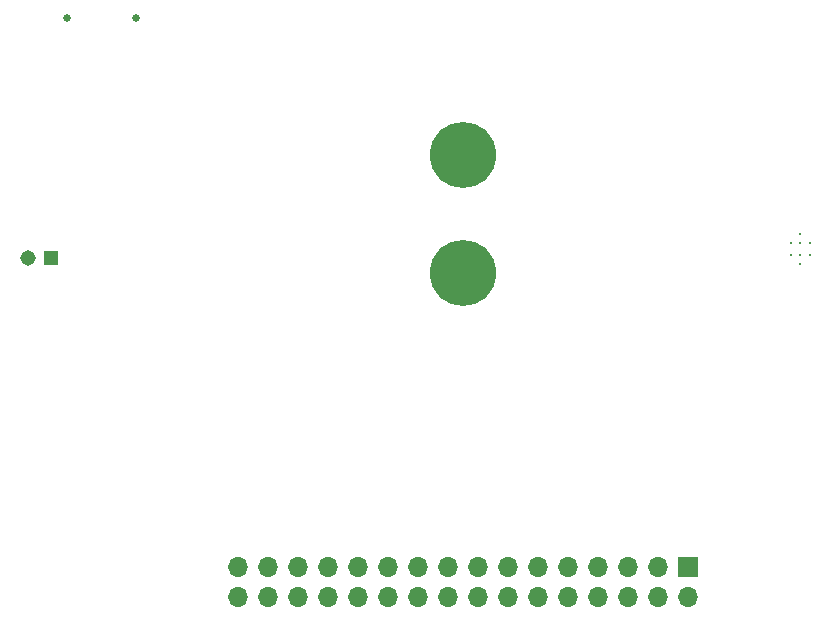
<source format=gbr>
%TF.GenerationSoftware,KiCad,Pcbnew,9.0.0*%
%TF.CreationDate,2025-04-09T17:19:20+02:00*%
%TF.ProjectId,Micromouse Power Subsystem,4d696372-6f6d-46f7-9573-6520506f7765,2.0*%
%TF.SameCoordinates,Original*%
%TF.FileFunction,Soldermask,Bot*%
%TF.FilePolarity,Negative*%
%FSLAX46Y46*%
G04 Gerber Fmt 4.6, Leading zero omitted, Abs format (unit mm)*
G04 Created by KiCad (PCBNEW 9.0.0) date 2025-04-09 17:19:20*
%MOMM*%
%LPD*%
G01*
G04 APERTURE LIST*
%ADD10R,1.700000X1.700000*%
%ADD11O,1.700000X1.700000*%
%ADD12C,0.660400*%
%ADD13R,1.308000X1.308000*%
%ADD14C,1.308000*%
%ADD15C,5.600000*%
%ADD16C,0.300000*%
G04 APERTURE END LIST*
D10*
%TO.C,J2*%
X156550000Y-104915000D03*
D11*
X156550000Y-107455000D03*
X154010000Y-104915000D03*
X154010000Y-107455000D03*
X151470000Y-104915000D03*
X151470000Y-107455000D03*
X148930000Y-104915000D03*
X148930000Y-107455000D03*
X146390000Y-104915000D03*
X146390000Y-107455000D03*
X143850000Y-104915000D03*
X143850000Y-107455000D03*
X141310000Y-104915000D03*
X141310000Y-107455000D03*
X138770000Y-104915000D03*
X138770000Y-107455000D03*
X136230000Y-104915000D03*
X136230000Y-107455000D03*
X133690000Y-104915000D03*
X133690000Y-107455000D03*
X131150000Y-104915000D03*
X131150000Y-107455000D03*
X128610000Y-104915000D03*
X128610000Y-107455000D03*
X126070000Y-104915000D03*
X126070000Y-107455000D03*
X123530000Y-104915000D03*
X123530000Y-107455000D03*
X120990000Y-104915000D03*
X120990000Y-107455000D03*
X118450000Y-104915000D03*
X118450000Y-107455000D03*
%TD*%
D12*
%TO.C,J1*%
X109760001Y-58445001D03*
X103979999Y-58445001D03*
%TD*%
D13*
%TO.C,J3*%
X102600000Y-78740000D03*
D14*
X100600000Y-78740000D03*
%TD*%
D15*
%TO.C,3V*%
X137500000Y-80000000D03*
%TD*%
D16*
%TO.C,U5*%
X166035000Y-76730000D03*
X165260000Y-77480000D03*
X166035000Y-77480000D03*
X166810000Y-77480000D03*
X165260000Y-78530000D03*
X166035000Y-78530000D03*
X166810000Y-78530000D03*
X166035000Y-79280000D03*
%TD*%
D15*
%TO.C,5V*%
X137500000Y-70000000D03*
%TD*%
M02*

</source>
